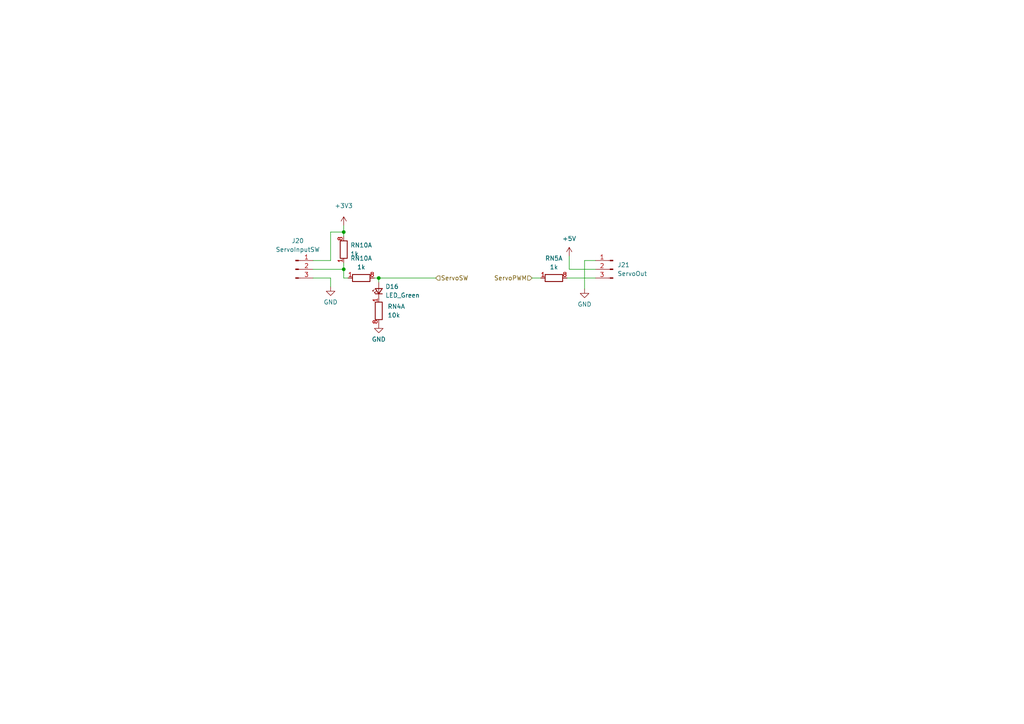
<source format=kicad_sch>
(kicad_sch (version 20211123) (generator eeschema)
  (paper "A4")
  (lib_symbols
    (symbol "Connector:Conn_01x03_Male" (pin_names (offset 1.016) hide)
      (property "Reference" "J" (at 0 5.08 0))
      (property "Value" "Conn_01x03_Male" (at 0 -5.08 0))
      (symbol "Conn_01x03_Male_1_1"
        (polyline (pts (xy 1.27 -2.54) (xy 0.8636 -2.54)) (stroke (width 0.1524)))
        (polyline (pts (xy 1.27 0) (xy 0.8636 0)) (stroke (width 0.1524)))
        (polyline (pts (xy 1.27 2.54) (xy 0.8636 2.54)) (stroke (width 0.1524)))
        (rectangle (start 0.8636 -2.413) (end 0 -2.667) (stroke (width 0.1524)) (fill (type outline)))
        (rectangle (start 0.8636 0.127) (end 0 -0.127) (stroke (width 0.1524)) (fill (type outline)))
        (rectangle (start 0.8636 2.667) (end 0 2.413) (stroke (width 0.1524)) (fill (type outline)))
        (pin passive line (at 5.08 2.54 180) (length 3.81) (name "Pin_1") (number "1"))
        (pin passive line (at 5.08 0 180) (length 3.81) (name "Pin_2") (number "2"))
        (pin passive line (at 5.08 -2.54 180) (length 3.81) (name "Pin_3") (number "3"))
      )
    )
    (symbol "Device:LED_Small" (pin_numbers hide) (pin_names (offset 0.254) hide)
      (property "Reference" "D" (at -1.27 3.175 0))
      (property "Value" "LED_Small" (at -4.445 -2.54 0))
      (symbol "LED_Small_0_1"
        (polyline (pts (xy -0.762 -1.016) (xy -0.762 1.016)) (stroke (width 0.254)))
        (polyline (pts (xy 1.016 0) (xy -0.762 0)))
        (polyline (pts (xy 0.762 -1.016) (xy -0.762 0) (xy 0.762 1.016) (xy 0.762 -1.016)) (stroke (width 0.254)))
        (polyline (pts (xy 0 0.762) (xy -0.508 1.27) (xy -0.254 1.27) (xy -0.508 1.27) (xy -0.508 1.016)))
        (polyline (pts (xy 0.508 1.27) (xy 0 1.778) (xy 0.254 1.778) (xy 0 1.778) (xy 0 1.524)))
      )
      (symbol "LED_Small_1_1"
        (pin passive line (at -2.54 0 0) (length 1.778) (name "K") (number "1"))
        (pin passive line (at 2.54 0 180) (length 1.778) (name "A") (number "2"))
      )
    )
    (symbol "Device:R_Pack04_Split" (pin_names (offset 0) hide)
      (property "Reference" "RN" (at 2.032 0 90))
      (property "Value" "R_Pack04_Split" (at 0 0 90))
      (symbol "R_Pack04_Split_0_1"
        (rectangle (start 1.016 2.54) (end -1.016 -2.54) (stroke (width 0.254)))
      )
      (symbol "R_Pack04_Split_1_1"
        (pin passive line (at 0 -3.81 90) (length 1.27) (name "R1.1") (number "1"))
        (pin passive line (at 0 3.81 270) (length 1.27) (name "R1.2") (number "8"))
      )
      (symbol "R_Pack04_Split_2_1"
        (pin passive line (at 0 -3.81 90) (length 1.27) (name "R2.1") (number "2"))
        (pin passive line (at 0 3.81 270) (length 1.27) (name "R2.2") (number "7"))
      )
      (symbol "R_Pack04_Split_3_1"
        (pin passive line (at 0 -3.81 90) (length 1.27) (name "R3.1") (number "3"))
        (pin passive line (at 0 3.81 270) (length 1.27) (name "R3.2") (number "6"))
      )
      (symbol "R_Pack04_Split_4_1"
        (pin passive line (at 0 -3.81 90) (length 1.27) (name "R4.1") (number "4"))
        (pin passive line (at 0 3.81 270) (length 1.27) (name "R4.2") (number "5"))
      )
    )
    (symbol "power:+3V3" (power) (pin_names (offset 0))
      (property "Value" "+3V3" (at 0 3.556 0))
      (symbol "+3V3_0_1"
        (polyline (pts (xy -0.762 1.27) (xy 0 2.54)))
        (polyline (pts (xy 0 0) (xy 0 2.54)))
        (polyline (pts (xy 0 2.54) (xy 0.762 1.27)))
      )
      (symbol "+3V3_1_1"
        (pin power_in line (at 0 0 90) (length 0) hide (name "+3V3") (number "1"))
      )
    )
    (symbol "power:+5V" (power) (pin_names (offset 0))
      (property "Value" "+5V" (at 0 3.556 0))
      (symbol "+5V_0_1"
        (polyline (pts (xy -0.762 1.27) (xy 0 2.54)))
        (polyline (pts (xy 0 0) (xy 0 2.54)))
        (polyline (pts (xy 0 2.54) (xy 0.762 1.27)))
      )
      (symbol "+5V_1_1"
        (pin power_in line (at 0 0 90) (length 0) hide (name "+5V") (number "1"))
      )
    )
    (symbol "power:GND" (power) (pin_names (offset 0))
      (property "Value" "GND" (at 0 -3.81 0))
      (symbol "GND_0_1"
        (polyline (pts (xy 0 0) (xy 0 -1.27) (xy 1.27 -1.27) (xy 0 -2.54) (xy -1.27 -1.27) (xy 0 -1.27)))
      )
      (symbol "GND_1_1"
        (pin power_in line (at 0 0 270) (length 0) hide (name "GND") (number "1"))
      )
    )
  )
  (junction (at 99.695 67.31))
  (junction (at 109.855 80.645))
  (junction (at 99.695 78.105))
  (wire (pts (xy 108.585 80.645) (xy 109.855 80.645)))
  (wire (pts (xy 154.305 80.645) (xy 156.845 80.645)))
  (wire (pts (xy 164.465 80.645) (xy 172.72 80.645)))
  (wire (pts (xy 109.855 86.995) (xy 109.855 86.36)))
  (wire (pts (xy 109.855 80.645) (xy 126.365 80.645)))
  (wire (pts (xy 99.695 76.2) (xy 99.695 78.105)))
  (wire (pts (xy 169.545 75.565) (xy 172.72 75.565)))
  (wire (pts (xy 90.805 80.645) (xy 95.885 80.645)))
  (wire (pts (xy 99.695 68.58) (xy 99.695 67.31)))
  (wire (pts (xy 165.1 78.105) (xy 165.1 74.295)))
  (wire (pts (xy 95.885 80.645) (xy 95.885 83.185)))
  (wire (pts (xy 95.885 67.31) (xy 99.695 67.31)))
  (wire (pts (xy 95.885 75.565) (xy 95.885 67.31)))
  (wire (pts (xy 169.545 75.565) (xy 169.545 83.82)))
  (wire (pts (xy 172.72 78.105) (xy 165.1 78.105)))
  (wire (pts (xy 99.695 65.405) (xy 99.695 67.31)))
  (wire (pts (xy 90.805 78.105) (xy 99.695 78.105)))
  (wire (pts (xy 99.695 78.105) (xy 99.695 80.645)))
  (wire (pts (xy 90.805 75.565) (xy 95.885 75.565)))
  (wire (pts (xy 109.855 81.915) (xy 109.855 80.645)))
  (wire (pts (xy 99.695 80.645) (xy 100.965 80.645)))
  (hierarchical_label "ServoSW" (shape input) (at 126.365 80.645 0))
  (hierarchical_label "ServoPWM" (shape input) (at 154.305 80.645 180))
  (symbol (lib_id "power:GND") (at 95.885 83.185 0)
    (property "Reference" "#PWR061" (effects hide))
    (property "Value" "GND" (at 95.885 87.63 0))
  )
  (symbol (lib_id "Device:R_Pack04_Split") (at 160.655 80.645 270)
    (property "Reference" "RN5" (at 160.655 74.93 90))
    (property "Value" "1k" (at 160.655 77.47 90))
    (property "Footprint" "Resistor_SMD:R_Array_Convex_4x0603" (effects hide))
    (property "MPN" "C20197" (effects hide))
  )
  (symbol (lib_id "Device:R_Pack04_Split") (at 99.695 72.39 0)
    (property "Reference" "RN10" (at 101.6 71.1199 0) (effects (justify left)))
    (property "Value" "1k" (at 101.6 73.6599 0) (effects (justify left)))
    (property "Footprint" "Resistor_SMD:R_Array_Convex_4x0603" (effects hide))
    (property "MPN" "C20197" (effects hide))
  )
  (symbol (lib_id "Connector:Conn_01x03_Male") (at 85.725 78.105 0)
    (property "Reference" "J20" (at 86.36 69.85 0))
    (property "Value" "ServoInputSW" (at 86.36 72.39 0))
    (property "Footprint" "Connector_PinHeader_2.54mm:PinHeader_1x03_P2.54mm_Vertical" (effects hide))
  )
  (symbol (lib_id "power:+3V3") (at 99.695 65.405 0)
    (property "Reference" "#PWR062" (effects hide))
    (property "Value" "+3V3" (at 99.695 59.69 0))
  )
  (symbol (lib_id "Connector:Conn_01x03_Male") (at 177.8 78.105 0) (mirror y)
    (property "Reference" "J21" (at 179.07 76.8349 0) (effects (justify right)))
    (property "Value" "ServoOut" (at 179.07 79.3749 0) (effects (justify right)))
    (property "Footprint" "Connector_PinHeader_2.54mm:PinHeader_1x03_P2.54mm_Vertical" (effects hide))
  )
  (symbol (lib_id "Device:R_Pack04_Split") (at 109.855 90.17 180)
    (property "Reference" "RN4" (at 112.395 88.8999 0) (effects (justify right)))
    (property "Value" "10k" (at 112.395 91.4399 0) (effects (justify right)))
    (property "Footprint" "Resistor_SMD:R_Array_Convex_4x0603" (effects hide))
    (property "MPN" "C111802" (effects hide))
  )
  (symbol (lib_id "Device:LED_Small") (at 109.855 84.455 90)
    (property "Reference" "D16" (at 111.76 83.1214 90) (effects (justify right)))
    (property "Value" "LED_Green" (at 111.76 85.6614 90) (effects (justify right)))
    (property "Footprint" "LED_SMD:LED_0603_1608Metric" (effects hide))
    (property "MPN" "C965804" (effects hide))
  )
  (symbol (lib_id "power:+5V") (at 165.1 74.295 0)
    (property "Reference" "#PWR064" (effects hide))
    (property "Value" "+5V" (at 165.1 69.215 0))
  )
  (symbol (lib_id "Device:R_Pack04_Split") (at 104.775 80.645 270)
    (property "Reference" "RN10" (at 104.775 74.93 90))
    (property "Value" "1k" (at 104.775 77.47 90))
    (property "Footprint" "Resistor_SMD:R_Array_Convex_4x0603" (effects hide))
    (property "MPN" "C20197" (effects hide))
  )
  (symbol (lib_id "power:GND") (at 109.855 93.98 0)
    (property "Reference" "#PWR063" (effects hide))
    (property "Value" "GND" (at 109.855 98.425 0))
  )
  (symbol (lib_id "power:GND") (at 169.545 83.82 0)
    (property "Reference" "#PWR065" (effects hide))
    (property "Value" "GND" (at 169.545 88.265 0))
  )
)
</source>
